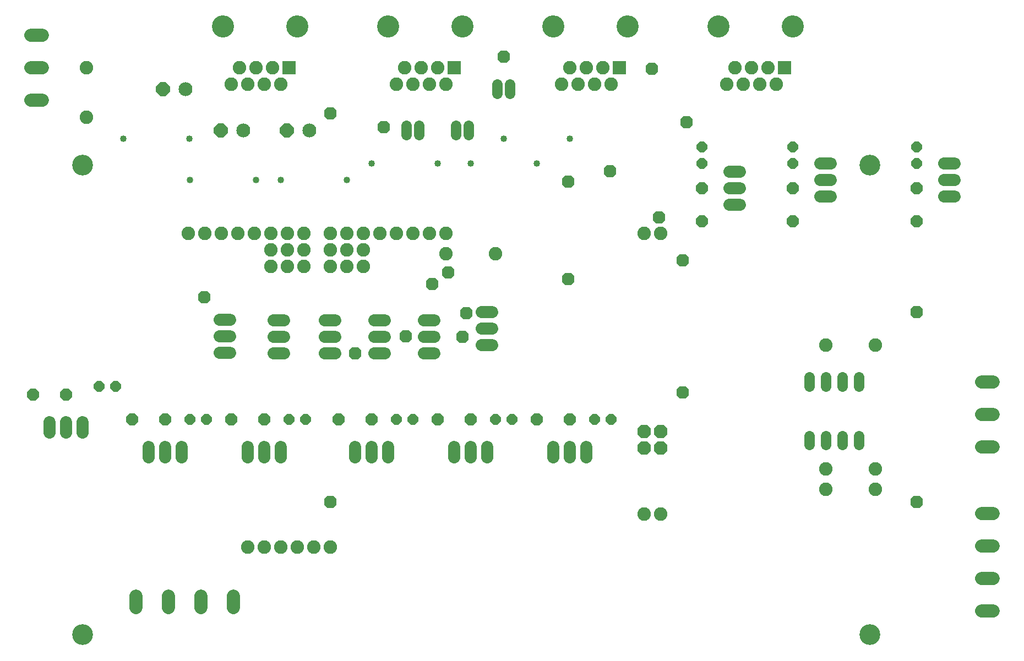
<source format=gts>
G75*
%MOIN*%
%OFA0B0*%
%FSLAX25Y25*%
%IPPOS*%
%LPD*%
%AMOC8*
5,1,8,0,0,1.08239X$1,22.5*
%
%ADD10C,0.12611*%
%ADD11C,0.08200*%
%ADD12R,0.08200X0.08200*%
%ADD13C,0.13398*%
%ADD14OC8,0.08200*%
%ADD15C,0.08400*%
%ADD16OC8,0.08400*%
%ADD17OC8,0.07100*%
%ADD18OC8,0.06400*%
%ADD19C,0.04000*%
%ADD20C,0.07200*%
%ADD21C,0.06400*%
%ADD22C,0.07900*%
%ADD23OC8,0.07556*%
D10*
X0177044Y0125970D03*
X0177044Y0410616D03*
X0653816Y0410616D03*
X0653816Y0125970D03*
D11*
X0526965Y0199100D03*
X0516965Y0199100D03*
X0626965Y0214100D03*
X0626965Y0226600D03*
X0656965Y0226600D03*
X0656965Y0214100D03*
X0656965Y0301600D03*
X0626965Y0301600D03*
X0526965Y0369100D03*
X0516965Y0369100D03*
X0426965Y0356895D03*
X0396965Y0356895D03*
X0396965Y0369100D03*
X0386965Y0369100D03*
X0376965Y0369100D03*
X0366965Y0369100D03*
X0356965Y0369100D03*
X0346965Y0369100D03*
X0336965Y0369100D03*
X0326965Y0369100D03*
X0326965Y0359100D03*
X0336965Y0359100D03*
X0346965Y0359100D03*
X0346965Y0349100D03*
X0336965Y0349100D03*
X0326965Y0349100D03*
X0310965Y0349100D03*
X0300965Y0349100D03*
X0290965Y0349100D03*
X0290965Y0359100D03*
X0290965Y0369100D03*
X0280965Y0369100D03*
X0270965Y0369100D03*
X0260965Y0369100D03*
X0250965Y0369100D03*
X0240965Y0369100D03*
X0300965Y0369100D03*
X0300965Y0359100D03*
X0310965Y0359100D03*
X0310965Y0369100D03*
X0179465Y0439395D03*
X0179465Y0469395D03*
X0266965Y0459395D03*
X0276965Y0459395D03*
X0271965Y0469395D03*
X0281965Y0469395D03*
X0291965Y0469395D03*
X0286965Y0459395D03*
X0296965Y0459395D03*
X0366965Y0459395D03*
X0376965Y0459395D03*
X0386965Y0459395D03*
X0396965Y0459395D03*
X0391965Y0469395D03*
X0381965Y0469395D03*
X0371965Y0469395D03*
X0466965Y0459395D03*
X0476965Y0459395D03*
X0486965Y0459395D03*
X0496965Y0459395D03*
X0491965Y0469395D03*
X0481965Y0469395D03*
X0471965Y0469395D03*
X0566965Y0459395D03*
X0576965Y0459395D03*
X0586965Y0459395D03*
X0596965Y0459395D03*
X0591965Y0469395D03*
X0581965Y0469395D03*
X0571965Y0469395D03*
X0326965Y0179100D03*
X0316965Y0179100D03*
X0306965Y0179100D03*
X0296965Y0179100D03*
X0286965Y0179100D03*
X0276965Y0179100D03*
D12*
X0301965Y0469395D03*
X0401965Y0469395D03*
X0501965Y0469395D03*
X0601965Y0469395D03*
D13*
X0606965Y0494395D03*
X0561965Y0494395D03*
X0506965Y0494395D03*
X0461965Y0494395D03*
X0406965Y0494395D03*
X0361965Y0494395D03*
X0306965Y0494395D03*
X0261965Y0494395D03*
D14*
X0516965Y0249100D03*
X0526965Y0249100D03*
X0526965Y0239100D03*
X0516965Y0239100D03*
D15*
X0314465Y0431600D03*
X0274465Y0431600D03*
X0239465Y0456600D03*
D16*
X0225715Y0456600D03*
X0260715Y0431600D03*
X0300715Y0431600D03*
D17*
X0166965Y0271600D03*
X0146965Y0271600D03*
X0206965Y0256600D03*
X0226965Y0256600D03*
X0266965Y0256600D03*
X0286965Y0256600D03*
X0331965Y0256600D03*
X0351965Y0256600D03*
X0391965Y0256600D03*
X0411965Y0256600D03*
X0451965Y0256600D03*
X0471965Y0256600D03*
X0551965Y0376600D03*
X0551965Y0396600D03*
X0606965Y0396600D03*
X0606965Y0376600D03*
X0681965Y0376600D03*
X0681965Y0396600D03*
D18*
X0681965Y0411600D03*
X0681965Y0421600D03*
X0606965Y0421600D03*
X0606965Y0411600D03*
X0551965Y0411600D03*
X0551965Y0421600D03*
X0496965Y0256600D03*
X0486965Y0256600D03*
X0436965Y0256600D03*
X0426965Y0256600D03*
X0376965Y0256600D03*
X0366965Y0256600D03*
X0311965Y0256600D03*
X0301965Y0256600D03*
X0251965Y0256600D03*
X0241965Y0256600D03*
X0196965Y0276600D03*
X0186965Y0276600D03*
D19*
X0241965Y0401600D03*
X0281965Y0401600D03*
X0296965Y0401600D03*
X0336965Y0401600D03*
X0351965Y0411600D03*
X0391965Y0411600D03*
X0411965Y0411600D03*
X0431965Y0426600D03*
X0451965Y0411600D03*
X0471965Y0426600D03*
X0241670Y0426600D03*
X0201670Y0426600D03*
D20*
X0260015Y0316895D02*
X0266415Y0316895D01*
X0266415Y0306895D02*
X0260015Y0306895D01*
X0260015Y0296895D02*
X0266415Y0296895D01*
X0292765Y0296600D02*
X0299165Y0296600D01*
X0299165Y0306600D02*
X0292765Y0306600D01*
X0292765Y0316600D02*
X0299165Y0316600D01*
X0323765Y0316600D02*
X0330165Y0316600D01*
X0330165Y0306600D02*
X0323765Y0306600D01*
X0323765Y0296600D02*
X0330165Y0296600D01*
X0353765Y0296600D02*
X0360165Y0296600D01*
X0360165Y0306600D02*
X0353765Y0306600D01*
X0353765Y0316600D02*
X0360165Y0316600D01*
X0383765Y0316600D02*
X0390165Y0316600D01*
X0390165Y0306600D02*
X0383765Y0306600D01*
X0383765Y0296600D02*
X0390165Y0296600D01*
X0418765Y0301600D02*
X0425165Y0301600D01*
X0425165Y0311600D02*
X0418765Y0311600D01*
X0418765Y0321600D02*
X0425165Y0321600D01*
X0421965Y0239800D02*
X0421965Y0233400D01*
X0411965Y0233400D02*
X0411965Y0239800D01*
X0401965Y0239800D02*
X0401965Y0233400D01*
X0361965Y0233400D02*
X0361965Y0239800D01*
X0351965Y0239800D02*
X0351965Y0233400D01*
X0341965Y0233400D02*
X0341965Y0239800D01*
X0296965Y0239800D02*
X0296965Y0233400D01*
X0286965Y0233400D02*
X0286965Y0239800D01*
X0276965Y0239800D02*
X0276965Y0233400D01*
X0236965Y0233400D02*
X0236965Y0239800D01*
X0226965Y0239800D02*
X0226965Y0233400D01*
X0216965Y0233400D02*
X0216965Y0239800D01*
X0176965Y0248400D02*
X0176965Y0254800D01*
X0166965Y0254800D02*
X0166965Y0248400D01*
X0156965Y0248400D02*
X0156965Y0254800D01*
X0461965Y0239800D02*
X0461965Y0233400D01*
X0471965Y0233400D02*
X0471965Y0239800D01*
X0481965Y0239800D02*
X0481965Y0233400D01*
X0568765Y0386600D02*
X0575165Y0386600D01*
X0575165Y0396600D02*
X0568765Y0396600D01*
X0568765Y0406600D02*
X0575165Y0406600D01*
X0623765Y0401600D02*
X0630165Y0401600D01*
X0630165Y0391600D02*
X0623765Y0391600D01*
X0623765Y0411600D02*
X0630165Y0411600D01*
X0698765Y0411600D02*
X0705165Y0411600D01*
X0705165Y0401600D02*
X0698765Y0401600D01*
X0698765Y0391600D02*
X0705165Y0391600D01*
D21*
X0646965Y0282200D02*
X0646965Y0276600D01*
X0636965Y0276600D02*
X0636965Y0282200D01*
X0626965Y0282200D02*
X0626965Y0276600D01*
X0616965Y0276600D02*
X0616965Y0282200D01*
X0616965Y0246600D02*
X0616965Y0241000D01*
X0626965Y0241000D02*
X0626965Y0246600D01*
X0636965Y0246600D02*
X0636965Y0241000D01*
X0646965Y0241000D02*
X0646965Y0246600D01*
X0410715Y0428800D02*
X0410715Y0434400D01*
X0403215Y0434400D02*
X0403215Y0428800D01*
X0380715Y0428800D02*
X0380715Y0434400D01*
X0373215Y0434400D02*
X0373215Y0428800D01*
X0428215Y0453800D02*
X0428215Y0459400D01*
X0435715Y0459400D02*
X0435715Y0453800D01*
D22*
X0152936Y0449710D02*
X0145836Y0449710D01*
X0145836Y0469395D02*
X0152936Y0469395D01*
X0152936Y0489080D02*
X0145836Y0489080D01*
X0209457Y0149571D02*
X0209457Y0142471D01*
X0229142Y0142471D02*
X0229142Y0149571D01*
X0248827Y0149571D02*
X0248827Y0142471D01*
X0268512Y0142471D02*
X0268512Y0149571D01*
X0721407Y0140498D02*
X0728507Y0140498D01*
X0728507Y0160183D02*
X0721407Y0160183D01*
X0721407Y0179868D02*
X0728507Y0179868D01*
X0728507Y0199553D02*
X0721407Y0199553D01*
X0721486Y0239710D02*
X0728586Y0239710D01*
X0728586Y0259395D02*
X0721486Y0259395D01*
X0721486Y0279080D02*
X0728586Y0279080D01*
D23*
X0681965Y0321600D03*
X0540565Y0352800D03*
X0526165Y0378900D03*
X0496465Y0406800D03*
X0471065Y0400500D03*
X0542915Y0436400D03*
X0521665Y0468900D03*
X0432065Y0476100D03*
X0359315Y0433400D03*
X0327265Y0441900D03*
X0398590Y0345600D03*
X0388865Y0338400D03*
X0409390Y0320675D03*
X0406965Y0306600D03*
X0372665Y0306900D03*
X0341965Y0296600D03*
X0250665Y0330300D03*
X0326965Y0206600D03*
X0471065Y0341500D03*
X0540565Y0272700D03*
X0681965Y0206600D03*
M02*

</source>
